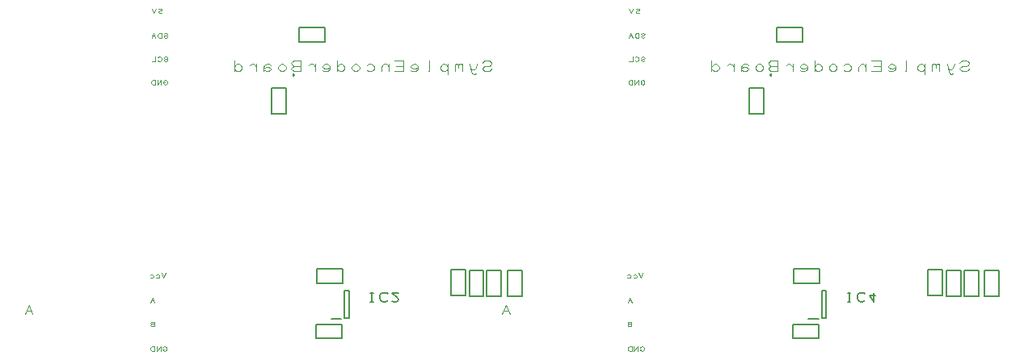
<source format=gbo>
G04 EasyPC Gerber Version 21.0.3 Build 4286 *
G04 #@! TF.Part,Single*
G04 #@! TF.FileFunction,Legend,Bot *
G04 #@! TF.FilePolarity,Positive *
%FSLAX45Y45*%
%MOIN*%
%ADD18C,0.00276*%
%ADD17C,0.00394*%
%ADD113C,0.00472*%
%ADD70C,0.00500*%
%ADD20C,0.00787*%
%ADD71C,0.01000*%
X0Y0D02*
D02*
D17*
X194563Y181970D02*
X194183Y181213D01*
X193426Y180834*
X191910*
X191152Y181213*
X190773Y181970*
X191152Y182728*
X191910Y183107*
X193426*
X194183Y183486*
X194563Y184244*
X194183Y185002*
X193426Y185381*
X191910*
X191152Y185002*
X190773Y184244*
X188500Y183865D02*
X188120Y182350D01*
X187363Y181592*
X186605*
X185847Y182350*
X185468Y183865*
X185847Y182350D02*
X186226Y180834D01*
X186605Y180076*
X187363Y179697*
X188120Y180076*
X182437Y180834D02*
Y183865D01*
Y183486D02*
X182057Y183865D01*
X181300*
X180921Y183486*
Y182350*
Y183486D02*
X180542Y183865D01*
X179784*
X179405Y183486*
Y180834*
X176374Y183865D02*
Y179697D01*
Y181970D02*
X175994Y181213D01*
X175237Y180834*
X174479*
X173721Y181213*
X173342Y181970*
Y182728*
X173721Y183486*
X174479Y183865*
X175237*
X175994Y183486*
X176374Y182728*
Y181970*
X168416Y180834D02*
X168795D01*
Y185381*
X161216Y181213D02*
X161595Y180834D01*
X162353*
X163111*
X163869Y181213*
X164248Y181970*
Y183107*
X163869Y183486*
X163111Y183865*
X162353*
X161595Y183486*
X161216Y183107*
Y182728*
X161595Y182350*
X162353Y181970*
X163111*
X163869Y182350*
X164248Y182728*
X158185Y180834D02*
Y185381D01*
X154395*
X155153Y183107D02*
X158185D01*
Y180834D02*
X154395D01*
X152122D02*
Y183865D01*
Y182728D02*
X151743Y183486D01*
X150985Y183865*
X150227*
X149469Y183486*
X149090Y182728*
Y180834*
X143027Y183486D02*
X143785Y183865D01*
X144922*
X145680Y183486*
X146059Y182728*
Y181970*
X145680Y181213*
X144922Y180834*
X143785*
X143027Y181213*
X139996Y181970D02*
X139617Y181213D01*
X138859Y180834*
X138101*
X137343Y181213*
X136964Y181970*
Y182728*
X137343Y183486*
X138101Y183865*
X138859*
X139617Y183486*
X139996Y182728*
Y181970*
X130901Y182728D02*
X131280Y183486D01*
X132038Y183865*
X132796*
X133554Y183486*
X133933Y182728*
Y181970*
X133554Y181213*
X132796Y180834*
X132038*
X131280Y181213*
X130901Y181970*
Y180834D02*
Y185381D01*
X124838Y181213D02*
X125217Y180834D01*
X125975*
X126733*
X127491Y181213*
X127870Y181970*
Y183107*
X127491Y183486*
X126733Y183865*
X125975*
X125217Y183486*
X124838Y183107*
Y182728*
X125217Y182350*
X125975Y181970*
X126733*
X127491Y182350*
X127870Y182728*
X121807Y180834D02*
Y183865D01*
Y182728D02*
X121428Y183486D01*
X120670Y183865*
X119912*
X119154Y183486*
X113091Y183107D02*
X112333Y182728D01*
X111954Y181970*
X112333Y181213*
X113091Y180834*
X115744*
Y185381*
X113091*
X112333Y185002*
X111954Y184244*
X112333Y183486*
X113091Y183107*
X115744*
X109681Y181970D02*
X109302Y181213D01*
X108544Y180834*
X107786*
X107028Y181213*
X106649Y181970*
Y182728*
X107028Y183486*
X107786Y183865*
X108544*
X109302Y183486*
X109681Y182728*
Y181970*
X103618Y183486D02*
X102860Y183865D01*
X101723*
X100965Y183486*
X100586Y182728*
Y181592*
X100965Y181213*
X101723Y180834*
X102481*
X103239Y181213*
X103618Y181592*
Y181970*
X103239Y182350*
X102481Y182728*
X101723*
X100965Y182350*
X100586Y181970*
Y181592D02*
Y180834D01*
X97555D02*
Y183865D01*
Y182728D02*
X97176Y183486D01*
X96418Y183865*
X95660*
X94902Y183486*
X88460Y182728D02*
X88839Y183486D01*
X89597Y183865*
X90355*
X91113Y183486*
X91492Y182728*
Y181970*
X91113Y181213*
X90355Y180834*
X89597*
X88839Y181213*
X88460Y181970*
Y180834D02*
Y185381D01*
X391413Y181970D02*
X391034Y181213D01*
X390276Y180834*
X388760*
X388002Y181213*
X387624Y181970*
X388002Y182728*
X388760Y183107*
X390276*
X391034Y183486*
X391413Y184244*
X391034Y185002*
X390276Y185381*
X388760*
X388002Y185002*
X387624Y184244*
X385350Y183865D02*
X384971Y182350D01*
X384213Y181592*
X383455*
X382697Y182350*
X382319Y183865*
X382697Y182350D02*
X383076Y180834D01*
X383455Y180076*
X384213Y179697*
X384971Y180076*
X379287Y180834D02*
Y183865D01*
Y183486D02*
X378908Y183865D01*
X378150*
X377771Y183486*
Y182350*
Y183486D02*
X377392Y183865D01*
X376634*
X376256Y183486*
Y180834*
X373224Y183865D02*
Y179697D01*
Y181970D02*
X372845Y181213D01*
X372087Y180834*
X371329*
X370571Y181213*
X370193Y181970*
Y182728*
X370571Y183486*
X371329Y183865*
X372087*
X372845Y183486*
X373224Y182728*
Y181970*
X365266Y180834D02*
X365645D01*
Y185381*
X358067Y181213D02*
X358445Y180834D01*
X359203*
X359961*
X360719Y181213*
X361098Y181970*
Y183107*
X360719Y183486*
X359961Y183865*
X359203*
X358445Y183486*
X358067Y183107*
Y182728*
X358445Y182350*
X359203Y181970*
X359961*
X360719Y182350*
X361098Y182728*
X355035Y180834D02*
Y185381D01*
X351246*
X352004Y183107D02*
X355035D01*
Y180834D02*
X351246D01*
X348972D02*
Y183865D01*
Y182728D02*
X348593Y183486D01*
X347835Y183865*
X347077*
X346319Y183486*
X345941Y182728*
Y180834*
X339878Y183486D02*
X340635Y183865D01*
X341772*
X342530Y183486*
X342909Y182728*
Y181970*
X342530Y181213*
X341772Y180834*
X340635*
X339878Y181213*
X336846Y181970D02*
X336467Y181213D01*
X335709Y180834*
X334951*
X334193Y181213*
X333815Y181970*
Y182728*
X334193Y183486*
X334951Y183865*
X335709*
X336467Y183486*
X336846Y182728*
Y181970*
X327752Y182728D02*
X328130Y183486D01*
X328888Y183865*
X329646*
X330404Y183486*
X330783Y182728*
Y181970*
X330404Y181213*
X329646Y180834*
X328888*
X328130Y181213*
X327752Y181970*
Y180834D02*
Y185381D01*
X321689Y181213D02*
X322067Y180834D01*
X322825*
X323583*
X324341Y181213*
X324720Y181970*
Y183107*
X324341Y183486*
X323583Y183865*
X322825*
X322067Y183486*
X321689Y183107*
Y182728*
X322067Y182350*
X322825Y181970*
X323583*
X324341Y182350*
X324720Y182728*
X318657Y180834D02*
Y183865D01*
Y182728D02*
X318278Y183486D01*
X317520Y183865*
X316762*
X316004Y183486*
X309941Y183107D02*
X309183Y182728D01*
X308805Y181970*
X309183Y181213*
X309941Y180834*
X312594*
Y185381*
X309941*
X309183Y185002*
X308805Y184244*
X309183Y183486*
X309941Y183107*
X312594*
X306531Y181970D02*
X306152Y181213D01*
X305394Y180834*
X304636*
X303878Y181213*
X303500Y181970*
Y182728*
X303878Y183486*
X304636Y183865*
X305394*
X306152Y183486*
X306531Y182728*
Y181970*
X300468Y183486D02*
X299710Y183865D01*
X298573*
X297815Y183486*
X297437Y182728*
Y181592*
X297815Y181213*
X298573Y180834*
X299331*
X300089Y181213*
X300468Y181592*
Y181970*
X300089Y182350*
X299331Y182728*
X298573*
X297815Y182350*
X297437Y181970*
Y181592D02*
Y180834D01*
X294405D02*
Y183865D01*
Y182728D02*
X294026Y183486D01*
X293268Y183865*
X292510*
X291752Y183486*
X285311Y182728D02*
X285689Y183486D01*
X286447Y183865*
X287205*
X287963Y183486*
X288342Y182728*
Y181970*
X287963Y181213*
X287205Y180834*
X286447*
X285689Y181213*
X285311Y181970*
Y180834D02*
Y185381D01*
D02*
D18*
X54313Y76518D02*
X54001Y76362D01*
X53844Y76049*
X54001Y75737*
X54313Y75581*
X55407*
Y77456*
X54313*
X54001Y77299*
X53844Y76987*
X54001Y76674*
X54313Y76518*
X55407*
X55532Y85440D02*
X54751Y87315D01*
X53969Y85440*
X55219Y86221D02*
X54282D01*
X58527Y205033D02*
X58215Y204877D01*
X57746*
X57433Y205033*
X57277Y205345*
Y205502*
X57433Y205814*
X57746Y205970*
X58527*
Y206752*
X57277*
X56027D02*
X55246Y204877D01*
X54465Y206752*
X60025Y97549D02*
X59244Y95674D01*
X58462Y97549*
X56275Y96768D02*
X56587Y96924D01*
X57056*
X57369Y96768*
X57525Y96455*
Y96143*
X57369Y95830*
X57056Y95674*
X56587*
X56275Y95830*
X53775Y96768D02*
X54087Y96924D01*
X54556*
X54869Y96768*
X55025Y96455*
Y96143*
X54869Y95830*
X54556Y95674*
X54087*
X53775Y95830*
X59430Y66128D02*
X58961D01*
Y65972*
X59118Y65659*
X59274Y65503*
X59587Y65347*
X59899*
X60211Y65503*
X60368Y65659*
X60524Y65972*
Y66597*
X60368Y66909*
X60211Y67065*
X59899Y67222*
X59587*
X59274Y67065*
X59118Y66909*
X58961Y66597*
X58024Y65347D02*
Y67222D01*
X56461Y65347*
Y67222*
X55524Y65347D02*
Y67222D01*
X54587*
X54274Y67065*
X54118Y66909*
X53961Y66597*
Y65972*
X54118Y65659*
X54274Y65503*
X54587Y65347*
X55524*
X59680Y176204D02*
X59211D01*
Y176048*
X59367Y175735*
X59524Y175580*
X59836Y175423*
X60148*
X60461Y175580*
X60617Y175735*
X60774Y176048*
Y176673*
X60617Y176985*
X60461Y177142*
X60148Y177298*
X59836*
X59524Y177142*
X59367Y176985*
X59211Y176673*
X58274Y175423D02*
Y177298D01*
X56711Y175423*
Y177298*
X55774Y175423D02*
Y177298D01*
X54836*
X54524Y177142*
X54367Y176985*
X54211Y176673*
Y176048*
X54367Y175735*
X54524Y175580*
X54836Y175423*
X55774*
X60898Y185502D02*
X60742Y185189D01*
X60430Y185033*
X59805*
X59492Y185189*
X59336Y185502*
X59492Y185814*
X59805Y185970*
X60430*
X60742Y186127*
X60898Y186439*
X60742Y186752*
X60430Y186908*
X59805*
X59492Y186752*
X59336Y186439*
X56836Y185345D02*
X56992Y185189D01*
X57305Y185033*
X57773*
X58086Y185189*
X58242Y185345*
X58398Y185658*
Y186283*
X58242Y186595*
X58086Y186752*
X57773Y186908*
X57305*
X56992Y186752*
X56836Y186595*
X55898Y186908D02*
Y185033D01*
X54336*
X60898Y195236D02*
X60742Y194924D01*
X60430Y194768*
X59805*
X59492Y194924*
X59336Y195236*
X59492Y195549*
X59805Y195705*
X60430*
X60742Y195861*
X60898Y196174*
X60742Y196486*
X60430Y196643*
X59805*
X59492Y196486*
X59336Y196174*
X58398Y194768D02*
Y196643D01*
X57461*
X57148Y196486*
X56992Y196330*
X56836Y196018*
Y195393*
X56992Y195080*
X57148Y194924*
X57461Y194768*
X58398*
X55898D02*
X55117Y196643D01*
X54336Y194768*
X55586Y195549D02*
X54648D01*
X251164Y76518D02*
X250851Y76362D01*
X250695Y76049*
X250851Y75737*
X251164Y75581*
X252257*
Y77456*
X251164*
X250851Y77299*
X250695Y76987*
X250851Y76674*
X251164Y76518*
X252257*
X252382Y85440D02*
X251601Y87315D01*
X250820Y85440*
X252070Y86221D02*
X251132D01*
X255378Y205033D02*
X255065Y204877D01*
X254596*
X254284Y205033*
X254128Y205345*
Y205502*
X254284Y205814*
X254596Y205970*
X255378*
Y206752*
X254128*
X252878D02*
X252096Y204877D01*
X251315Y206752*
X256875Y97549D02*
X256094Y95674D01*
X255313Y97549*
X253125Y96768D02*
X253438Y96924D01*
X253906*
X254219Y96768*
X254375Y96455*
Y96143*
X254219Y95830*
X253906Y95674*
X253438*
X253125Y95830*
X250625Y96768D02*
X250938Y96924D01*
X251406*
X251719Y96768*
X251875Y96455*
Y96143*
X251719Y95830*
X251406Y95674*
X250938*
X250625Y95830*
X256281Y66128D02*
X255812D01*
Y65972*
X255968Y65659*
X256124Y65503*
X256437Y65347*
X256749*
X257062Y65503*
X257218Y65659*
X257374Y65972*
Y66597*
X257218Y66909*
X257062Y67065*
X256749Y67222*
X256437*
X256124Y67065*
X255968Y66909*
X255812Y66597*
X254874Y65347D02*
Y67222D01*
X253312Y65347*
Y67222*
X252374Y65347D02*
Y67222D01*
X251437*
X251124Y67065*
X250968Y66909*
X250812Y66597*
Y65972*
X250968Y65659*
X251124Y65503*
X251437Y65347*
X252374*
X256530Y176204D02*
X256061D01*
Y176048*
X256218Y175735*
X256374Y175580*
X256687Y175423*
X256999*
X257311Y175580*
X257468Y175735*
X257624Y176048*
Y176673*
X257468Y176985*
X257311Y177142*
X256999Y177298*
X256687*
X256374Y177142*
X256218Y176985*
X256061Y176673*
X255124Y175423D02*
Y177298D01*
X253561Y175423*
Y177298*
X252624Y175423D02*
Y177298D01*
X251687*
X251374Y177142*
X251218Y176985*
X251061Y176673*
Y176048*
X251218Y175735*
X251374Y175580*
X251687Y175423*
X252624*
X257749Y185502D02*
X257593Y185189D01*
X257280Y185033*
X256655*
X256343Y185189*
X256186Y185502*
X256343Y185814*
X256655Y185970*
X257280*
X257593Y186127*
X257749Y186439*
X257593Y186752*
X257280Y186908*
X256655*
X256343Y186752*
X256186Y186439*
X253686Y185345D02*
X253843Y185189D01*
X254155Y185033*
X254624*
X254936Y185189*
X255093Y185345*
X255249Y185658*
Y186283*
X255093Y186595*
X254936Y186752*
X254624Y186908*
X254155*
X253843Y186752*
X253686Y186595*
X252749Y186908D02*
Y185033D01*
X251186*
X257749Y195236D02*
X257593Y194924D01*
X257280Y194768*
X256655*
X256343Y194924*
X256186Y195236*
X256343Y195549*
X256655Y195705*
X257280*
X257593Y195861*
X257749Y196174*
X257593Y196486*
X257280Y196643*
X256655*
X256343Y196486*
X256186Y196174*
X255249Y194768D02*
Y196643D01*
X254311*
X253999Y196486*
X253843Y196330*
X253686Y196018*
Y195393*
X253843Y195080*
X253999Y194924*
X254311Y194768*
X255249*
X252749D02*
X251968Y196643D01*
X251186Y194768*
X252436Y195549D02*
X251499D01*
D02*
D70*
X109916Y174045D02*
Y163383D01*
X103979*
Y174045*
X109916*
X122088Y76458D02*
X132749D01*
Y70521*
X122088*
Y76458*
X122462Y99422D02*
X133124D01*
Y93485*
X122462*
Y99422*
X125885Y192953D02*
X115224D01*
Y198890*
X125885*
Y192953*
X144509Y89487D02*
X145759D01*
X145134D02*
Y85737D01*
X144509D02*
X145759D01*
X151696Y88862D02*
X151384Y89175D01*
X150759Y89487*
X149821*
X149196Y89175*
X148884Y88862*
X148571Y88237*
Y86987*
X148884Y86362*
X149196Y86050*
X149821Y85737*
X150759*
X151384Y86050*
X151696Y86362*
X156071Y89487D02*
X153571D01*
X155759Y87300*
X156071Y86675*
X155759Y86050*
X155134Y85737*
X154196*
X153571Y86050*
X177741Y88252D02*
Y98913D01*
X183678*
Y88252*
X177741*
X185354Y88002D02*
Y98664D01*
X191291*
Y88002*
X185354*
X192593Y87878D02*
Y98539D01*
X198530*
Y87878*
X192593*
X201079D02*
Y98539D01*
X207016*
Y87878*
X201079*
X306766Y174045D02*
Y163383D01*
X300829*
Y174045*
X306766*
X318938Y76458D02*
X329600D01*
Y70521*
X318938*
Y76458*
X319313Y99422D02*
X329974D01*
Y93485*
X319313*
Y99422*
X322735Y192953D02*
X312074D01*
Y198890*
X322735*
Y192953*
X341359Y89487D02*
X342609D01*
X341984D02*
Y85737D01*
X341359D02*
X342609D01*
X348547Y88862D02*
X348234Y89175D01*
X347609Y89487*
X346672*
X346047Y89175*
X345734Y88862*
X345422Y88237*
Y86987*
X345734Y86362*
X346047Y86050*
X346672Y85737*
X347609*
X348234Y86050*
X348547Y86362*
X351984Y89487D02*
Y85737D01*
X350422Y88237*
X352922*
X374591Y88252D02*
Y98913D01*
X380528*
Y88252*
X374591*
X382204Y88002D02*
Y98664D01*
X388141*
Y88002*
X382204*
X389443Y87878D02*
Y98539D01*
X395380*
Y87878*
X389443*
X397930D02*
Y98539D01*
X403867*
Y87878*
X397930*
D02*
D71*
X112909Y179163D02*
G75*
G02Y179526J181D01*
G01*
G75*
G02Y179163J-181*
G01*
X309759D02*
G75*
G02Y179526J181D01*
G01*
G75*
G02Y179163J-181*
G01*
D02*
D20*
X128384Y78554D02*
X132518D01*
X133896Y78888D02*
X135668D01*
Y90306*
X133896*
Y78888*
X325235Y78554D02*
X329369D01*
X330746Y78888D02*
X332518D01*
Y90306*
X330746*
Y78888*
D02*
D113*
X5236Y80542D02*
X3674Y84292D01*
X2111Y80542*
X4611Y82105D02*
X2736D01*
X202087Y80542D02*
X200524Y84292D01*
X198961Y80542*
X201461Y82105D02*
X199587D01*
X0Y0D02*
M02*

</source>
